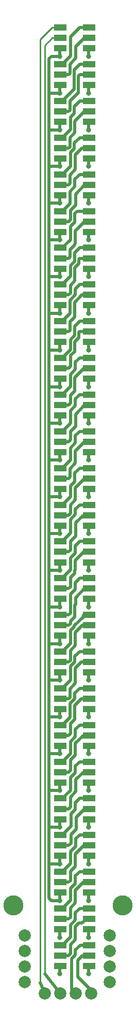
<source format=gbr>
G04 #@! TF.GenerationSoftware,KiCad,Pcbnew,(5.1.4)-1*
G04 #@! TF.CreationDate,2019-09-16T17:16:43+02:00*
G04 #@! TF.ProjectId,LED_Leiste,4c45445f-4c65-4697-9374-652e6b696361,rev?*
G04 #@! TF.SameCoordinates,Original*
G04 #@! TF.FileFunction,Copper,L1,Top*
G04 #@! TF.FilePolarity,Positive*
%FSLAX46Y46*%
G04 Gerber Fmt 4.6, Leading zero omitted, Abs format (unit mm)*
G04 Created by KiCad (PCBNEW (5.1.4)-1) date 2019-09-16 17:16:43*
%MOMM*%
%LPD*%
G04 APERTURE LIST*
%ADD10R,2.000000X1.100000*%
%ADD11C,2.000000*%
%ADD12C,3.300000*%
%ADD13C,0.800000*%
%ADD14C,0.500000*%
%ADD15C,0.250000*%
G04 APERTURE END LIST*
D10*
X303500000Y-64500000D03*
X303500000Y-66200000D03*
X303500000Y-67900000D03*
X298700000Y-67900000D03*
X298700000Y-66200000D03*
X298700000Y-64500000D03*
X303500000Y-178500000D03*
X303500000Y-180200000D03*
X303500000Y-181900000D03*
X298700000Y-181900000D03*
X298700000Y-180200000D03*
X298700000Y-178500000D03*
X298700000Y-70500000D03*
X298700000Y-72200000D03*
X298700000Y-73900000D03*
X303500000Y-73900000D03*
X303500000Y-72200000D03*
X303500000Y-70500000D03*
X298700000Y-172500000D03*
X298700000Y-174200000D03*
X298700000Y-175900000D03*
X303500000Y-175900000D03*
X303500000Y-174200000D03*
X303500000Y-172500000D03*
X303500000Y-76500000D03*
X303500000Y-78200000D03*
X303500000Y-79900000D03*
X298700000Y-79900000D03*
X298700000Y-78200000D03*
X298700000Y-76500000D03*
X303500000Y-166500000D03*
X303500000Y-168200000D03*
X303500000Y-169900000D03*
X298700000Y-169900000D03*
X298700000Y-168200000D03*
X298700000Y-166500000D03*
X298700000Y-82500000D03*
X298700000Y-84200000D03*
X298700000Y-85900000D03*
X303500000Y-85900000D03*
X303500000Y-84200000D03*
X303500000Y-82500000D03*
X298700000Y-160500000D03*
X298700000Y-162200000D03*
X298700000Y-163900000D03*
X303500000Y-163900000D03*
X303500000Y-162200000D03*
X303500000Y-160500000D03*
X298700000Y-88500000D03*
X298700000Y-90200000D03*
X298700000Y-91900000D03*
X303500000Y-91900000D03*
X303500000Y-90200000D03*
X303500000Y-88500000D03*
X303500000Y-154500000D03*
X303500000Y-156200000D03*
X303500000Y-157900000D03*
X298700000Y-157900000D03*
X298700000Y-156200000D03*
X298700000Y-154500000D03*
X303500000Y-94500000D03*
X303500000Y-96200000D03*
X303500000Y-97900000D03*
X298700000Y-97900000D03*
X298700000Y-96200000D03*
X298700000Y-94500000D03*
X298700000Y-148500000D03*
X298700000Y-150200000D03*
X298700000Y-151900000D03*
X303500000Y-151900000D03*
X303500000Y-150200000D03*
X303500000Y-148500000D03*
X298700000Y-100500000D03*
X298700000Y-102200000D03*
X298700000Y-103900000D03*
X303500000Y-103900000D03*
X303500000Y-102200000D03*
X303500000Y-100500000D03*
X303500000Y-142500000D03*
X303500000Y-144200000D03*
X303500000Y-145900000D03*
X298700000Y-145900000D03*
X298700000Y-144200000D03*
X298700000Y-142500000D03*
X303500000Y-106500000D03*
X303500000Y-108200000D03*
X303500000Y-109900000D03*
X298700000Y-109900000D03*
X298700000Y-108200000D03*
X298700000Y-106500000D03*
X298700000Y-136500000D03*
X298700000Y-138200000D03*
X298700000Y-139900000D03*
X303500000Y-139900000D03*
X303500000Y-138200000D03*
X303500000Y-136500000D03*
X298700000Y-112500000D03*
X298700000Y-114200000D03*
X298700000Y-115900000D03*
X303500000Y-115900000D03*
X303500000Y-114200000D03*
X303500000Y-112500000D03*
X303500000Y-130500000D03*
X303500000Y-132200000D03*
X303500000Y-133900000D03*
X298700000Y-133900000D03*
X298700000Y-132200000D03*
X298700000Y-130500000D03*
X303500000Y-118500000D03*
X303500000Y-120200000D03*
X303500000Y-121900000D03*
X298700000Y-121900000D03*
X298700000Y-120200000D03*
X298700000Y-118500000D03*
X298700000Y-124500000D03*
X298700000Y-126200000D03*
X298700000Y-127900000D03*
X303500000Y-127900000D03*
X303500000Y-126200000D03*
X303500000Y-124500000D03*
X298700000Y-46500000D03*
X298700000Y-48200000D03*
X298700000Y-49900000D03*
X303500000Y-49900000D03*
X303500000Y-48200000D03*
X303500000Y-46500000D03*
X303500000Y-196500000D03*
X303500000Y-198200000D03*
X303500000Y-199900000D03*
X298700000Y-199900000D03*
X298700000Y-198200000D03*
X298700000Y-196500000D03*
X303500000Y-52500000D03*
X303500000Y-54200000D03*
X303500000Y-55900000D03*
X298700000Y-55900000D03*
X298700000Y-54200000D03*
X298700000Y-52500000D03*
X298700000Y-190500000D03*
X298700000Y-192200000D03*
X298700000Y-193900000D03*
X303500000Y-193900000D03*
X303500000Y-192200000D03*
X303500000Y-190500000D03*
X298700000Y-58500000D03*
X298700000Y-60200000D03*
X298700000Y-61900000D03*
X303500000Y-61900000D03*
X303500000Y-60200000D03*
X303500000Y-58500000D03*
X303500000Y-184500000D03*
X303500000Y-186200000D03*
X303500000Y-187900000D03*
X298700000Y-187900000D03*
X298700000Y-186200000D03*
X298700000Y-184500000D03*
D11*
X306840000Y-202500000D03*
X306840000Y-199960000D03*
X306840000Y-197420000D03*
X306840000Y-194880000D03*
X296190000Y-204390000D03*
X298730000Y-204390000D03*
X301270000Y-204390000D03*
X303810000Y-204390000D03*
X292890000Y-202500000D03*
X292890000Y-199960000D03*
X292890000Y-197420000D03*
X292890000Y-194880000D03*
D12*
X291000000Y-190000000D03*
X309000000Y-190000000D03*
D13*
X298600000Y-51200000D03*
X298600000Y-63200000D03*
X298600000Y-75200000D03*
X298600000Y-87200000D03*
X298600000Y-99200000D03*
X298600000Y-111200000D03*
X298600000Y-123200000D03*
X298600000Y-135200000D03*
X298600000Y-147200000D03*
X298600000Y-159200000D03*
X298600000Y-171200000D03*
X298600000Y-183200000D03*
X298600000Y-195200000D03*
X298600000Y-57200000D03*
X298600000Y-69200000D03*
X298600000Y-81200000D03*
X298600000Y-93200000D03*
X298600000Y-105200000D03*
X298600000Y-117200000D03*
X298600000Y-129200000D03*
X298600000Y-141200000D03*
X298600000Y-153200000D03*
X298600000Y-165200000D03*
X298600000Y-177200000D03*
X298600000Y-189200000D03*
X298600000Y-201200000D03*
X303400000Y-51200000D03*
X303400000Y-63200000D03*
X303400000Y-75200000D03*
X303400000Y-87200000D03*
X303400000Y-99200000D03*
X303400000Y-111200000D03*
X303400000Y-123200000D03*
X303400000Y-135200000D03*
X303400000Y-147200000D03*
X303400000Y-159200000D03*
X303400000Y-171200000D03*
X303400000Y-183200000D03*
X303400000Y-195200000D03*
X303400000Y-57200000D03*
X303400000Y-69200000D03*
X303400000Y-81200000D03*
X303400000Y-93200000D03*
X303400000Y-105200000D03*
X303400000Y-117200000D03*
X303400000Y-129200000D03*
X303400000Y-141200000D03*
X303400000Y-153200000D03*
X303400000Y-165200000D03*
X303400000Y-177200000D03*
X303400000Y-189200000D03*
X303400000Y-201200000D03*
D14*
X298600000Y-49900000D02*
X298600000Y-50950000D01*
X298600000Y-50950000D02*
X298600000Y-51200000D01*
X298600000Y-61900000D02*
X298600000Y-62950000D01*
X298600000Y-62950000D02*
X298600000Y-63200000D01*
X298600000Y-73900000D02*
X298600000Y-74950000D01*
X298600000Y-74950000D02*
X298600000Y-75200000D01*
X298600000Y-85900000D02*
X298600000Y-86950000D01*
X298600000Y-86950000D02*
X298600000Y-87200000D01*
X298600000Y-97900000D02*
X298600000Y-98950000D01*
X298600000Y-98950000D02*
X298600000Y-99200000D01*
X298600000Y-109900000D02*
X298600000Y-111200000D01*
X298600000Y-121900000D02*
X298600000Y-122950000D01*
X298600000Y-122950000D02*
X298600000Y-123200000D01*
X298600000Y-133900000D02*
X298600000Y-134950000D01*
X298600000Y-134950000D02*
X298600000Y-135200000D01*
X298600000Y-145900000D02*
X298600000Y-147200000D01*
X298600000Y-157900000D02*
X298600000Y-158950000D01*
X298600000Y-158950000D02*
X298600000Y-159200000D01*
X298600000Y-169900000D02*
X298600000Y-171200000D01*
X298600000Y-181900000D02*
X298600000Y-182950000D01*
X298600000Y-182950000D02*
X298600000Y-183200000D01*
X298600000Y-193900000D02*
X298600000Y-195200000D01*
X298600000Y-55900000D02*
X298600000Y-57200000D01*
X298600000Y-67900000D02*
X298600000Y-68950000D01*
X298600000Y-68950000D02*
X298600000Y-69200000D01*
X298600000Y-79900000D02*
X298600000Y-81200000D01*
X298600000Y-91900000D02*
X298600000Y-93200000D01*
X298600000Y-103900000D02*
X298600000Y-105200000D01*
X298600000Y-115900000D02*
X298600000Y-117200000D01*
X298600000Y-127900000D02*
X298600000Y-129200000D01*
X298600000Y-139900000D02*
X298600000Y-140950000D01*
X298600000Y-140950000D02*
X298600000Y-141200000D01*
X298600000Y-151900000D02*
X298600000Y-153200000D01*
X298600000Y-163900000D02*
X298600000Y-164950000D01*
X298600000Y-164950000D02*
X298600000Y-165200000D01*
X298600000Y-175900000D02*
X298600000Y-176950000D01*
X298600000Y-176950000D02*
X298600000Y-177200000D01*
X298600000Y-187900000D02*
X298600000Y-189200000D01*
X297300000Y-189200000D02*
X298600000Y-189200000D01*
X296900000Y-188800000D02*
X297300000Y-189200000D01*
X298600000Y-51200000D02*
X297300000Y-51200000D01*
X297300000Y-51200000D02*
X296900000Y-51600000D01*
X298600000Y-57200000D02*
X296900000Y-57200000D01*
X296900000Y-51600000D02*
X296900000Y-57200000D01*
X298600000Y-63200000D02*
X296900000Y-63200000D01*
X296900000Y-57200000D02*
X296900000Y-63200000D01*
X298600000Y-69200000D02*
X296900000Y-69200000D01*
X296900000Y-63200000D02*
X296900000Y-69200000D01*
X298600000Y-75200000D02*
X296900000Y-75200000D01*
X296900000Y-69200000D02*
X296900000Y-75200000D01*
X298034315Y-81200000D02*
X296900000Y-81200000D01*
X298600000Y-81200000D02*
X298034315Y-81200000D01*
X296900000Y-75200000D02*
X296900000Y-81200000D01*
X298600000Y-87200000D02*
X296900000Y-87200000D01*
X296900000Y-81200000D02*
X296900000Y-87200000D01*
X298034315Y-93200000D02*
X296900000Y-93200000D01*
X298600000Y-93200000D02*
X298034315Y-93200000D01*
X296900000Y-87200000D02*
X296900000Y-93200000D01*
X298600000Y-99200000D02*
X296900000Y-99200000D01*
X296900000Y-93200000D02*
X296900000Y-99200000D01*
X298600000Y-105200000D02*
X296900000Y-105200000D01*
X296900000Y-99200000D02*
X296900000Y-105200000D01*
X298600000Y-111200000D02*
X296900000Y-111200000D01*
X296900000Y-105200000D02*
X296900000Y-111200000D01*
X298600000Y-117200000D02*
X296900000Y-117200000D01*
X296900000Y-111200000D02*
X296900000Y-117200000D01*
X298600000Y-123200000D02*
X296900000Y-123200000D01*
X296900000Y-117200000D02*
X296900000Y-123200000D01*
X298600000Y-129200000D02*
X296900000Y-129200000D01*
X296900000Y-123200000D02*
X296900000Y-129200000D01*
X298600000Y-135200000D02*
X296900000Y-135200000D01*
X296900000Y-129200000D02*
X296900000Y-135200000D01*
X298600000Y-141200000D02*
X296900000Y-141200000D01*
X296900000Y-135200000D02*
X296900000Y-141200000D01*
X298600000Y-147200000D02*
X296900000Y-147200000D01*
X296900000Y-141200000D02*
X296900000Y-147200000D01*
X298600000Y-153200000D02*
X296900000Y-153200000D01*
X296900000Y-147200000D02*
X296900000Y-153200000D01*
X298034315Y-159200000D02*
X296900000Y-159200000D01*
X298600000Y-159200000D02*
X298034315Y-159200000D01*
X296900000Y-153200000D02*
X296900000Y-159200000D01*
X298600000Y-165200000D02*
X296900000Y-165200000D01*
X296900000Y-159200000D02*
X296900000Y-165200000D01*
X298034315Y-171200000D02*
X296900000Y-171200000D01*
X298600000Y-171200000D02*
X298034315Y-171200000D01*
X296900000Y-165200000D02*
X296900000Y-171200000D01*
X298600000Y-177200000D02*
X296900000Y-177200000D01*
X296900000Y-171200000D02*
X296900000Y-177200000D01*
X298034315Y-183200000D02*
X296900000Y-183200000D01*
X298600000Y-183200000D02*
X298034315Y-183200000D01*
X296900000Y-177200000D02*
X296900000Y-183200000D01*
X296900000Y-183200000D02*
X296900000Y-188800000D01*
X298600000Y-199900000D02*
X298600000Y-201200000D01*
X303400000Y-49900000D02*
X303400000Y-51200000D01*
X303400000Y-61900000D02*
X303400000Y-62950000D01*
X303400000Y-62950000D02*
X303400000Y-63200000D01*
X303400000Y-73900000D02*
X303400000Y-74950000D01*
X303400000Y-74950000D02*
X303400000Y-75200000D01*
X303400000Y-85900000D02*
X303400000Y-86950000D01*
X303400000Y-86950000D02*
X303400000Y-87200000D01*
X303400000Y-97900000D02*
X303400000Y-98950000D01*
X303400000Y-98950000D02*
X303400000Y-99200000D01*
X303400000Y-109900000D02*
X303400000Y-111200000D01*
X303400000Y-121900000D02*
X303400000Y-123200000D01*
X303400000Y-133900000D02*
X303400000Y-135200000D01*
X303400000Y-145900000D02*
X303400000Y-147200000D01*
X303400000Y-157900000D02*
X303400000Y-159200000D01*
X303400000Y-169900000D02*
X303400000Y-171200000D01*
X303400000Y-181900000D02*
X303400000Y-182950000D01*
X303400000Y-182950000D02*
X303400000Y-183200000D01*
X303400000Y-193900000D02*
X303400000Y-194950000D01*
X303400000Y-194950000D02*
X303400000Y-195200000D01*
X303400000Y-55900000D02*
X303400000Y-56950000D01*
X303400000Y-56950000D02*
X303400000Y-57200000D01*
X303400000Y-67900000D02*
X303400000Y-68950000D01*
X303400000Y-68950000D02*
X303400000Y-69200000D01*
X303400000Y-79900000D02*
X303400000Y-80950000D01*
X303400000Y-80950000D02*
X303400000Y-81200000D01*
X303400000Y-91900000D02*
X303400000Y-92950000D01*
X303400000Y-92950000D02*
X303400000Y-93200000D01*
X303400000Y-103900000D02*
X303400000Y-104950000D01*
X303400000Y-104950000D02*
X303400000Y-105200000D01*
X303400000Y-115900000D02*
X303400000Y-116950000D01*
X303400000Y-116950000D02*
X303400000Y-117200000D01*
X303400000Y-127900000D02*
X303400000Y-129200000D01*
X303400000Y-139900000D02*
X303400000Y-141200000D01*
X303400000Y-151900000D02*
X303400000Y-153200000D01*
X303400000Y-163900000D02*
X303400000Y-165200000D01*
X303400000Y-175900000D02*
X303400000Y-176950000D01*
X303400000Y-176950000D02*
X303400000Y-177200000D01*
X303400000Y-187900000D02*
X303400000Y-189200000D01*
X303400000Y-199900000D02*
X303400000Y-201200000D01*
X295400000Y-202600000D02*
X296190000Y-204390000D01*
D15*
X295400000Y-48400000D02*
X295400000Y-202600000D01*
X298600000Y-46500000D02*
X297350000Y-46500000D01*
X297350000Y-46500000D02*
X295400000Y-48400000D01*
D14*
X296200000Y-201200000D02*
X298730000Y-204390000D01*
D15*
X296200000Y-49400000D02*
X296200000Y-201200000D01*
X298600000Y-48200000D02*
X297350000Y-48200000D01*
X297350000Y-48200000D02*
X296200000Y-49400000D01*
D14*
X302739998Y-48200000D02*
X301300000Y-49639998D01*
X303400000Y-48200000D02*
X302739998Y-48200000D01*
X301300000Y-49639998D02*
X301300000Y-51500000D01*
X301300000Y-51500000D02*
X300300000Y-52500000D01*
X300100000Y-54200000D02*
X298600000Y-54200000D01*
X300300000Y-54000000D02*
X300100000Y-54200000D01*
X300300000Y-52500000D02*
X300300000Y-54000000D01*
X301900000Y-46500000D02*
X300400000Y-48000000D01*
X303400000Y-46500000D02*
X301900000Y-46500000D01*
X299050000Y-52500000D02*
X298600000Y-52500000D01*
X300400000Y-51150000D02*
X299050000Y-52500000D01*
X300400000Y-48000000D02*
X300400000Y-51150000D01*
X301700020Y-54399980D02*
X301700020Y-57199980D01*
X303400000Y-54200000D02*
X301900000Y-54200000D01*
X301900000Y-54200000D02*
X301700020Y-54399980D01*
X301700020Y-57199980D02*
X301600020Y-57199980D01*
X301600020Y-57199980D02*
X300300000Y-58500000D01*
X300100000Y-60200000D02*
X298600000Y-60200000D01*
X300300000Y-60000000D02*
X300100000Y-60200000D01*
X300300000Y-58500000D02*
X300300000Y-60000000D01*
X299050000Y-58500000D02*
X298600000Y-58500000D01*
X301000010Y-56549990D02*
X299050000Y-58500000D01*
X301000010Y-53399990D02*
X301000010Y-56549990D01*
X301900000Y-52500000D02*
X301000010Y-53399990D01*
X303400000Y-52500000D02*
X301900000Y-52500000D01*
X301000010Y-59399990D02*
X301000010Y-60499990D01*
X303400000Y-58500000D02*
X301900000Y-58500000D01*
X301900000Y-58500000D02*
X301000010Y-59399990D01*
X301000010Y-60499990D02*
X300400000Y-61100000D01*
X299050000Y-64500000D02*
X298600000Y-64500000D01*
X300400000Y-63150000D02*
X299050000Y-64500000D01*
X300400000Y-61100000D02*
X300400000Y-63150000D01*
X301100010Y-61839988D02*
X301100010Y-63699990D01*
X303400000Y-60200000D02*
X302739998Y-60200000D01*
X302739998Y-60200000D02*
X301100010Y-61839988D01*
X301100010Y-63699990D02*
X300300000Y-64500000D01*
X300100000Y-66200000D02*
X298600000Y-66200000D01*
X300300000Y-66000000D02*
X300100000Y-66200000D01*
X300300000Y-64500000D02*
X300300000Y-66000000D01*
X301900000Y-100500000D02*
X301200000Y-101200000D01*
X303400000Y-100500000D02*
X301900000Y-100500000D01*
X301200000Y-101200000D02*
X301200000Y-102400000D01*
X301200000Y-102400000D02*
X300400000Y-103200000D01*
X299050000Y-106500000D02*
X298600000Y-106500000D01*
X300400000Y-105150000D02*
X299050000Y-106500000D01*
X300400000Y-103200000D02*
X300400000Y-105150000D01*
X303400000Y-102200000D02*
X302600000Y-102200000D01*
X301100010Y-103699990D02*
X301100010Y-105899990D01*
X302600000Y-102200000D02*
X301100010Y-103699990D01*
X301100010Y-105899990D02*
X300400000Y-106600000D01*
X300100000Y-108200000D02*
X298600000Y-108200000D01*
X300400000Y-107900000D02*
X300100000Y-108200000D01*
X300400000Y-106600000D02*
X300400000Y-107900000D01*
X303400000Y-66200000D02*
X302300000Y-66200000D01*
X302300000Y-66200000D02*
X301200000Y-67300000D01*
X301200000Y-67300000D02*
X301200000Y-69700000D01*
X301200000Y-69700000D02*
X300300000Y-70600000D01*
X300100000Y-72200000D02*
X298600000Y-72200000D01*
X300300000Y-72000000D02*
X300100000Y-72200000D01*
X300300000Y-70600000D02*
X300300000Y-72000000D01*
X301900000Y-64500000D02*
X301000000Y-65400000D01*
X303400000Y-64500000D02*
X301900000Y-64500000D01*
X301000000Y-66289962D02*
X300400000Y-66889962D01*
X301000000Y-65400000D02*
X301000000Y-66289962D01*
X299050000Y-70500000D02*
X298600000Y-70500000D01*
X300400000Y-69150000D02*
X299050000Y-70500000D01*
X300400000Y-66889962D02*
X300400000Y-69150000D01*
X303400000Y-76500000D02*
X301500000Y-76500000D01*
X301500000Y-76500000D02*
X301100010Y-76899990D01*
X301100010Y-76899990D02*
X301100010Y-78299990D01*
X301100010Y-78299990D02*
X300400000Y-79000000D01*
X299050000Y-82500000D02*
X298600000Y-82500000D01*
X300400000Y-81150000D02*
X299050000Y-82500000D01*
X300400000Y-79000000D02*
X300400000Y-81150000D01*
X302739998Y-78200000D02*
X301200000Y-79739998D01*
X303400000Y-78200000D02*
X302739998Y-78200000D01*
X301200000Y-79739998D02*
X301200000Y-81800000D01*
X301200000Y-81800000D02*
X301100000Y-81900000D01*
X301100000Y-81900000D02*
X301100000Y-82000000D01*
X301100000Y-82000000D02*
X300300000Y-82800000D01*
X300100000Y-84200000D02*
X298600000Y-84200000D01*
X300300000Y-84000000D02*
X300100000Y-84200000D01*
X300300000Y-82800000D02*
X300300000Y-84000000D01*
X302739998Y-114200000D02*
X301200000Y-115739998D01*
X303400000Y-114200000D02*
X302739998Y-114200000D01*
X301200000Y-115739998D02*
X301200000Y-117700000D01*
X301200000Y-117700000D02*
X300300000Y-118600000D01*
X300100000Y-120200000D02*
X298600000Y-120200000D01*
X300300000Y-120000000D02*
X300100000Y-120200000D01*
X300300000Y-118600000D02*
X300300000Y-120000000D01*
X301900000Y-112500000D02*
X301200000Y-113200000D01*
X303400000Y-112500000D02*
X301900000Y-112500000D01*
X301200000Y-113200000D02*
X301200000Y-114400000D01*
X301200000Y-114400000D02*
X300400000Y-115200000D01*
X299050000Y-118500000D02*
X298600000Y-118500000D01*
X300400000Y-117150000D02*
X299050000Y-118500000D01*
X300400000Y-115200000D02*
X300400000Y-117150000D01*
X303400000Y-126200000D02*
X302500000Y-126200000D01*
X302500000Y-126200000D02*
X301300000Y-127400000D01*
X301300000Y-127400000D02*
X301300000Y-129600000D01*
X301300000Y-129600000D02*
X300400000Y-130500000D01*
X300100000Y-132200000D02*
X298600000Y-132200000D01*
X300400000Y-131900000D02*
X300100000Y-132200000D01*
X300400000Y-130500000D02*
X300400000Y-131900000D01*
X301900000Y-124500000D02*
X301200000Y-125200000D01*
X303400000Y-124500000D02*
X301900000Y-124500000D01*
X301200000Y-126089963D02*
X300400000Y-126889963D01*
X301200000Y-125200000D02*
X301200000Y-126089963D01*
X299050000Y-130500000D02*
X298600000Y-130500000D01*
X300400000Y-129150000D02*
X299050000Y-130500000D01*
X300400000Y-126889963D02*
X300400000Y-129150000D01*
X301800010Y-96299990D02*
X301800010Y-97199990D01*
X303400000Y-96200000D02*
X301900000Y-96200000D01*
X301900000Y-96200000D02*
X301800010Y-96299990D01*
X301100010Y-99439953D02*
X300439962Y-100100000D01*
X301800010Y-97199990D02*
X301100010Y-97899990D01*
X301100010Y-97899990D02*
X301100010Y-99439953D01*
X300100000Y-102200000D02*
X298600000Y-102200000D01*
X300439962Y-101860038D02*
X300100000Y-102200000D01*
X300439962Y-100100000D02*
X300439962Y-101860038D01*
X301900000Y-94500000D02*
X301100000Y-95300000D01*
X303400000Y-94500000D02*
X301900000Y-94500000D01*
X301100000Y-95300000D02*
X301100000Y-96800000D01*
X301100000Y-96800000D02*
X300400000Y-97500000D01*
X299050000Y-100500000D02*
X298600000Y-100500000D01*
X300400000Y-99150000D02*
X299050000Y-100500000D01*
X300400000Y-97500000D02*
X300400000Y-99150000D01*
X302739998Y-108200000D02*
X301239998Y-109700000D01*
X303400000Y-108200000D02*
X302739998Y-108200000D01*
X301239998Y-109700000D02*
X301239998Y-111660002D01*
X301239998Y-111660002D02*
X300400000Y-112500000D01*
X300100000Y-114200000D02*
X298600000Y-114200000D01*
X300400000Y-113900000D02*
X300100000Y-114200000D01*
X300400000Y-112500000D02*
X300400000Y-113900000D01*
X301900000Y-106500000D02*
X301200000Y-107200000D01*
X303400000Y-106500000D02*
X301900000Y-106500000D01*
X301200000Y-107200000D02*
X301200000Y-108300000D01*
X301200000Y-108300000D02*
X300400000Y-109100000D01*
X299050000Y-112500000D02*
X298600000Y-112500000D01*
X300400000Y-111150000D02*
X299050000Y-112500000D01*
X300400000Y-109100000D02*
X300400000Y-111150000D01*
X302739998Y-120200000D02*
X301200000Y-121739998D01*
X303400000Y-120200000D02*
X302739998Y-120200000D01*
X301200000Y-121739998D02*
X301200000Y-123700000D01*
X301200000Y-123700000D02*
X300400000Y-124500000D01*
X300100000Y-126200000D02*
X298600000Y-126200000D01*
X300400000Y-125900000D02*
X300100000Y-126200000D01*
X300400000Y-124500000D02*
X300400000Y-125900000D01*
X301900000Y-118500000D02*
X301100000Y-119300000D01*
X303400000Y-118500000D02*
X301900000Y-118500000D01*
X301100000Y-119300000D02*
X301100000Y-120700000D01*
X301100000Y-120700000D02*
X300400000Y-121400000D01*
X299050000Y-124500000D02*
X298600000Y-124500000D01*
X300400000Y-123150000D02*
X299050000Y-124500000D01*
X300400000Y-121400000D02*
X300400000Y-123150000D01*
X303400000Y-130500000D02*
X301900000Y-130500000D01*
X301900000Y-130500000D02*
X301200000Y-131200000D01*
X301200000Y-131200000D02*
X301200000Y-132400000D01*
X301200000Y-132400000D02*
X300400000Y-133200000D01*
X299050000Y-136500000D02*
X298600000Y-136500000D01*
X300400000Y-135150000D02*
X299050000Y-136500000D01*
X300400000Y-133200000D02*
X300400000Y-135150000D01*
X303400000Y-132200000D02*
X302600000Y-132200000D01*
X302600000Y-132200000D02*
X301200000Y-133600000D01*
X301100010Y-135199990D02*
X301100010Y-135699990D01*
X301200000Y-133600000D02*
X301200000Y-135100000D01*
X301200000Y-135100000D02*
X301100010Y-135199990D01*
X301100010Y-135699990D02*
X300400000Y-136400000D01*
X300100000Y-138200000D02*
X298600000Y-138200000D01*
X300400000Y-137900000D02*
X300100000Y-138200000D01*
X300400000Y-136400000D02*
X300400000Y-137900000D01*
X303400000Y-142500000D02*
X302500000Y-142500000D01*
X302500000Y-142789963D02*
X301000000Y-144289963D01*
X302500000Y-142500000D02*
X302500000Y-142789963D01*
X301000000Y-144289963D02*
X301000000Y-144400000D01*
X301000000Y-144400000D02*
X300400000Y-145000000D01*
X299050000Y-148500000D02*
X298600000Y-148500000D01*
X300400000Y-147150000D02*
X299050000Y-148500000D01*
X300400000Y-145000000D02*
X300400000Y-147150000D01*
X303400000Y-144200000D02*
X302400000Y-144200000D01*
X302400000Y-144200000D02*
X301200000Y-145400000D01*
X301200000Y-145400000D02*
X301200000Y-147500000D01*
X301200000Y-147500000D02*
X300400000Y-148300000D01*
X300100000Y-150200000D02*
X298600000Y-150200000D01*
X300400000Y-149900000D02*
X300100000Y-150200000D01*
X300400000Y-148300000D02*
X300400000Y-149900000D01*
X301900000Y-154500000D02*
X301100000Y-155300000D01*
X303400000Y-154500000D02*
X301900000Y-154500000D01*
X301100000Y-156189963D02*
X300300000Y-156989963D01*
X301100000Y-155300000D02*
X301100000Y-156189963D01*
X299050000Y-160500000D02*
X298600000Y-160500000D01*
X300300000Y-159250000D02*
X299050000Y-160500000D01*
X300300000Y-156989963D02*
X300300000Y-159250000D01*
X303400000Y-156200000D02*
X302200000Y-156200000D01*
X302200000Y-156200000D02*
X301100000Y-157300000D01*
X301100000Y-157300000D02*
X301100000Y-159600000D01*
X301100000Y-159600000D02*
X300400000Y-160300000D01*
X300100000Y-162200000D02*
X298600000Y-162200000D01*
X300400000Y-161900000D02*
X300100000Y-162200000D01*
X300400000Y-160300000D02*
X300400000Y-161900000D01*
X303400000Y-168200000D02*
X302500000Y-168200000D01*
X302500000Y-168200000D02*
X301300000Y-169400000D01*
X301300000Y-169400000D02*
X301300000Y-171400000D01*
X301300000Y-171400000D02*
X300400000Y-172300000D01*
X300100000Y-174200000D02*
X298600000Y-174200000D01*
X300400000Y-173900000D02*
X300100000Y-174200000D01*
X300400000Y-172300000D02*
X300400000Y-173900000D01*
X301900000Y-166500000D02*
X301200000Y-167200000D01*
X303400000Y-166500000D02*
X301900000Y-166500000D01*
X301200000Y-167200000D02*
X301200000Y-168300000D01*
X301200000Y-168300000D02*
X300400000Y-169100000D01*
X299050000Y-172500000D02*
X298600000Y-172500000D01*
X300400000Y-171150000D02*
X299050000Y-172500000D01*
X300400000Y-169100000D02*
X300400000Y-171150000D01*
X303400000Y-180200000D02*
X302600000Y-180200000D01*
X302600000Y-180200000D02*
X301200000Y-181600000D01*
X301200000Y-181600000D02*
X301200000Y-183600000D01*
X301200000Y-183600000D02*
X300400000Y-184400000D01*
X300100000Y-186200000D02*
X298600000Y-186200000D01*
X300400000Y-185900000D02*
X300100000Y-186200000D01*
X300400000Y-184400000D02*
X300400000Y-185900000D01*
X303400000Y-178500000D02*
X301900000Y-178500000D01*
X301900000Y-178500000D02*
X301300000Y-179100000D01*
X299050000Y-184500000D02*
X298600000Y-184500000D01*
X301300000Y-179100000D02*
X301300000Y-180300000D01*
X301300000Y-180300000D02*
X300400000Y-181200000D01*
X300400000Y-181200000D02*
X300400000Y-183150000D01*
X300400000Y-183150000D02*
X299050000Y-184500000D01*
X302300001Y-192899999D02*
X301800001Y-192899999D01*
X303400000Y-192200000D02*
X303000000Y-192200000D01*
X303000000Y-192200000D02*
X302300001Y-192899999D01*
X301800001Y-192899999D02*
X301200000Y-193500000D01*
X301200000Y-193500000D02*
X301200000Y-195600000D01*
X301200000Y-195600000D02*
X300400000Y-196400000D01*
X300100000Y-198200000D02*
X298600000Y-198200000D01*
X300400000Y-197900000D02*
X300100000Y-198200000D01*
X300400000Y-196400000D02*
X300400000Y-197900000D01*
X301900000Y-190500000D02*
X301200000Y-191200000D01*
X303400000Y-190500000D02*
X301900000Y-190500000D01*
X301200000Y-191200000D02*
X301200000Y-192400000D01*
X301200000Y-192400000D02*
X300400000Y-193200000D01*
X299050000Y-196500000D02*
X298600000Y-196500000D01*
X300400000Y-195150000D02*
X299050000Y-196500000D01*
X300400000Y-193200000D02*
X300400000Y-195150000D01*
X302739998Y-72200000D02*
X301239998Y-73700000D01*
X303400000Y-72200000D02*
X302739998Y-72200000D01*
X301239998Y-75560002D02*
X300400000Y-76400000D01*
X301239998Y-73700000D02*
X301239998Y-75560002D01*
X300100000Y-78200000D02*
X298600000Y-78200000D01*
X300400000Y-77900000D02*
X300100000Y-78200000D01*
X300400000Y-76400000D02*
X300400000Y-77900000D01*
X301900000Y-70500000D02*
X301100000Y-71300000D01*
X303400000Y-70500000D02*
X301900000Y-70500000D01*
X301100000Y-71300000D02*
X301100000Y-72500000D01*
X301100000Y-72500000D02*
X300300000Y-73300000D01*
X299050000Y-76500000D02*
X298600000Y-76500000D01*
X300300000Y-75250000D02*
X299050000Y-76500000D01*
X300300000Y-73300000D02*
X300300000Y-75250000D01*
X301800010Y-84299990D02*
X301800010Y-85099990D01*
X303400000Y-84200000D02*
X301900000Y-84200000D01*
X301900000Y-84200000D02*
X301800010Y-84299990D01*
X301800010Y-85099990D02*
X301100000Y-85800000D01*
X301100000Y-85800000D02*
X301100000Y-87900000D01*
X301100000Y-87900000D02*
X300400000Y-88600000D01*
X300100000Y-90200000D02*
X298600000Y-90200000D01*
X300400000Y-89900000D02*
X300100000Y-90200000D01*
X300400000Y-88600000D02*
X300400000Y-89900000D01*
X301900000Y-82500000D02*
X301100000Y-83300000D01*
X303400000Y-82500000D02*
X301900000Y-82500000D01*
X301100000Y-83300000D02*
X301100000Y-84700000D01*
X301100000Y-84700000D02*
X300400000Y-85400000D01*
X299050000Y-88500000D02*
X298600000Y-88500000D01*
X300400000Y-87150000D02*
X299050000Y-88500000D01*
X300400000Y-85400000D02*
X300400000Y-87150000D01*
X303400000Y-90200000D02*
X302300000Y-90200000D01*
X302300000Y-90200000D02*
X301100000Y-91400000D01*
X301100000Y-91400000D02*
X301100000Y-93800000D01*
X301100000Y-93800000D02*
X300300000Y-94600000D01*
X300100000Y-96200000D02*
X298600000Y-96200000D01*
X300300000Y-96000000D02*
X300100000Y-96200000D01*
X300300000Y-94600000D02*
X300300000Y-96000000D01*
X301900000Y-88500000D02*
X301200000Y-89200000D01*
X303400000Y-88500000D02*
X301900000Y-88500000D01*
X301200000Y-89200000D02*
X301200000Y-90200000D01*
X301200000Y-90200000D02*
X300300000Y-91100000D01*
X299050000Y-94500000D02*
X298600000Y-94500000D01*
X300300000Y-93250000D02*
X299050000Y-94500000D01*
X300300000Y-91100000D02*
X300300000Y-93250000D01*
X302739998Y-138200000D02*
X301239998Y-139700000D01*
X303400000Y-138200000D02*
X302739998Y-138200000D01*
X301100010Y-140899990D02*
X301100010Y-142799990D01*
X301239998Y-139700000D02*
X301239998Y-140760002D01*
X301239998Y-140760002D02*
X301100010Y-140899990D01*
X301100010Y-142799990D02*
X300400000Y-143500000D01*
X300100000Y-144200000D02*
X298600000Y-144200000D01*
X300400000Y-143900000D02*
X300100000Y-144200000D01*
X300400000Y-143500000D02*
X300400000Y-143900000D01*
X303400000Y-136500000D02*
X301900000Y-136500000D01*
X300100000Y-142500000D02*
X298600000Y-142500000D01*
X301900000Y-136500000D02*
X301200000Y-137200000D01*
X301200000Y-137200000D02*
X301200000Y-138300000D01*
X301200000Y-138300000D02*
X300400000Y-139100000D01*
X300400000Y-139100000D02*
X300400000Y-142200000D01*
X300400000Y-142200000D02*
X300100000Y-142500000D01*
X303400000Y-150200000D02*
X302200000Y-150200000D01*
X302200000Y-150200000D02*
X301200000Y-151200000D01*
X301200000Y-151200000D02*
X301200000Y-153700000D01*
X301200000Y-153700000D02*
X300300000Y-154600000D01*
X300100000Y-156200000D02*
X298600000Y-156200000D01*
X300300000Y-156000000D02*
X300100000Y-156200000D01*
X300300000Y-154600000D02*
X300300000Y-156000000D01*
X301900000Y-148500000D02*
X301100010Y-149299990D01*
X303400000Y-148500000D02*
X301900000Y-148500000D01*
X301100010Y-150189953D02*
X300400000Y-150889963D01*
X301100010Y-149299990D02*
X301100010Y-150189953D01*
X299050000Y-154500000D02*
X298600000Y-154500000D01*
X300400000Y-153150000D02*
X299050000Y-154500000D01*
X300400000Y-150889963D02*
X300400000Y-153150000D01*
X303400000Y-162200000D02*
X302500000Y-162200000D01*
X302500000Y-162200000D02*
X301200000Y-163500000D01*
X301200000Y-163500000D02*
X301200000Y-165400000D01*
X301200000Y-165400000D02*
X300400000Y-166200000D01*
X300100000Y-168200000D02*
X298600000Y-168200000D01*
X300400000Y-167900000D02*
X300100000Y-168200000D01*
X300400000Y-166200000D02*
X300400000Y-167900000D01*
X301900000Y-160500000D02*
X301200000Y-161200000D01*
X303400000Y-160500000D02*
X301900000Y-160500000D01*
X301200000Y-161200000D02*
X301200000Y-162400000D01*
X301200000Y-162400000D02*
X300400000Y-163200000D01*
X299050000Y-166500000D02*
X298600000Y-166500000D01*
X300400000Y-165150000D02*
X299050000Y-166500000D01*
X300400000Y-163200000D02*
X300400000Y-165150000D01*
X302739998Y-174200000D02*
X301339998Y-175600000D01*
X303400000Y-174200000D02*
X302739998Y-174200000D01*
X301339998Y-175600000D02*
X301339998Y-177560002D01*
X301339998Y-177560002D02*
X300500000Y-178400000D01*
X300100000Y-180200000D02*
X298600000Y-180200000D01*
X300500000Y-179800000D02*
X300100000Y-180200000D01*
X300500000Y-178400000D02*
X300500000Y-179800000D01*
X301900000Y-172500000D02*
X301200000Y-173200000D01*
X303400000Y-172500000D02*
X301900000Y-172500000D01*
X301200000Y-173200000D02*
X301200000Y-174300000D01*
X301200000Y-174300000D02*
X300500000Y-175000000D01*
X299050000Y-178500000D02*
X298600000Y-178500000D01*
X300500000Y-177050000D02*
X299050000Y-178500000D01*
X300500000Y-175000000D02*
X300500000Y-177050000D01*
X301900000Y-184500000D02*
X301200000Y-185200000D01*
X303400000Y-184500000D02*
X301900000Y-184500000D01*
X301200000Y-185200000D02*
X301200000Y-186400000D01*
X301200000Y-186400000D02*
X300400000Y-187200000D01*
X299050000Y-190500000D02*
X298600000Y-190500000D01*
X300400000Y-189150000D02*
X299050000Y-190500000D01*
X300400000Y-187200000D02*
X300400000Y-189150000D01*
X303400000Y-186200000D02*
X302500000Y-186200000D01*
X302500000Y-186200000D02*
X301200000Y-187500000D01*
X301200000Y-187500000D02*
X301200000Y-189600000D01*
X301200000Y-189600000D02*
X300400000Y-190400000D01*
X300100000Y-192200000D02*
X298600000Y-192200000D01*
X300400000Y-191900000D02*
X300100000Y-192200000D01*
X300400000Y-190400000D02*
X300400000Y-191900000D01*
X300600000Y-203720000D02*
X301270000Y-204390000D01*
X300600000Y-198689963D02*
X300600000Y-203720000D01*
X301200000Y-198089963D02*
X300600000Y-198689963D01*
X301200000Y-197300000D02*
X301200000Y-198089963D01*
X303500000Y-196500000D02*
X302000000Y-196500000D01*
X302000000Y-196500000D02*
X301200000Y-197300000D01*
X303810000Y-203910000D02*
X303810000Y-204390000D01*
X301600000Y-201700000D02*
X303810000Y-203910000D01*
X301600000Y-199000000D02*
X301600000Y-201700000D01*
X303500000Y-198200000D02*
X302400000Y-198200000D01*
X302400000Y-198200000D02*
X301600000Y-199000000D01*
M02*

</source>
